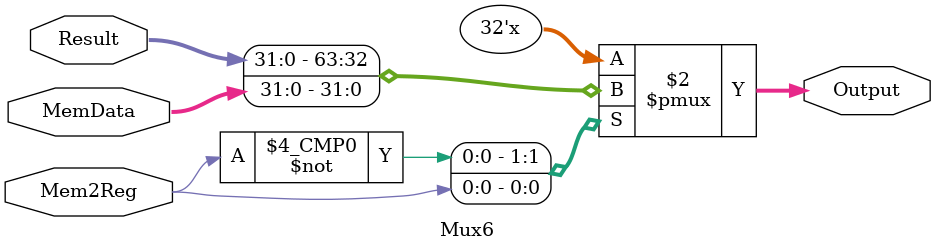
<source format=v>
module Mux6 (
  Mem2Reg,
  Result, MemData,
  Output
);
  input Mem2Reg;      
  input [31:0] Result;  // 0
  input [31:0] MemData; // 1
  
  output reg [31:0] Output;

  always @(*) begin
		case (Mem2Reg)
			0: Output <= Result;
			1: Output <= MemData;
		endcase
	end
endmodule
</source>
